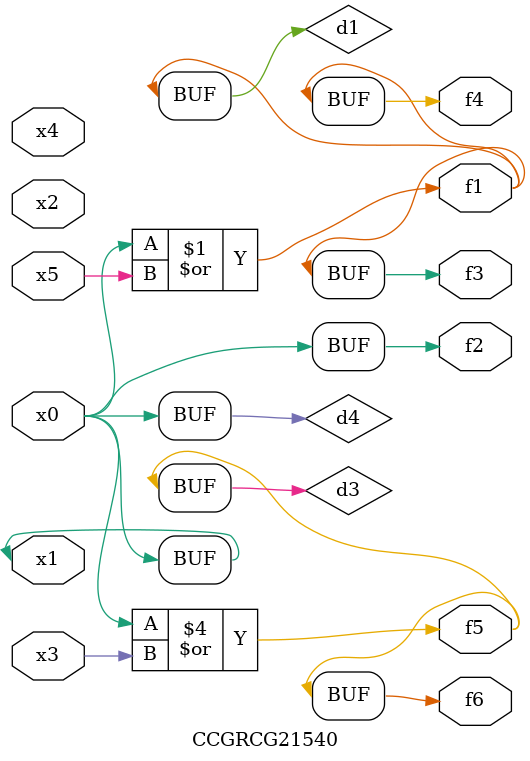
<source format=v>
module CCGRCG21540(
	input x0, x1, x2, x3, x4, x5,
	output f1, f2, f3, f4, f5, f6
);

	wire d1, d2, d3, d4;

	or (d1, x0, x5);
	xnor (d2, x1, x4);
	or (d3, x0, x3);
	buf (d4, x0, x1);
	assign f1 = d1;
	assign f2 = d4;
	assign f3 = d1;
	assign f4 = d1;
	assign f5 = d3;
	assign f6 = d3;
endmodule

</source>
